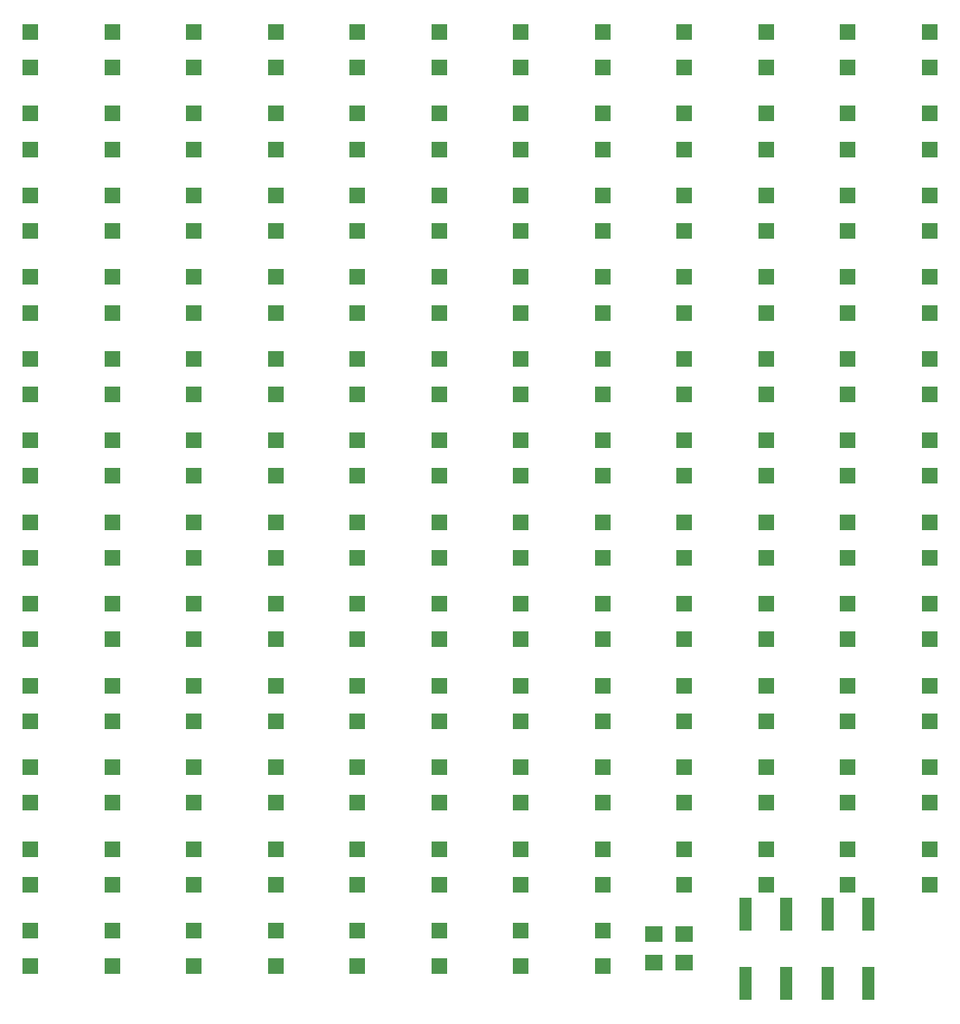
<source format=gbr>
G04 EAGLE Gerber RS-274X export*
G75*
%MOMM*%
%FSLAX34Y34*%
%LPD*%
%INSolderpaste Top*%
%IPPOS*%
%AMOC8*
5,1,8,0,0,1.08239X$1,22.5*%
G01*
%ADD10R,1.500000X1.500000*%
%ADD11R,1.200000X3.200000*%
%ADD12R,1.800000X1.600000*%


D10*
X60000Y957500D03*
X60000Y922500D03*
X140000Y877500D03*
X140000Y842500D03*
X220000Y877500D03*
X220000Y842500D03*
X300000Y877500D03*
X300000Y842500D03*
X380000Y877500D03*
X380000Y842500D03*
X460000Y877500D03*
X460000Y842500D03*
X540000Y877500D03*
X540000Y842500D03*
X620000Y877500D03*
X620000Y842500D03*
X60000Y797500D03*
X60000Y762500D03*
X140000Y797500D03*
X140000Y762500D03*
X220000Y797500D03*
X220000Y762500D03*
X140000Y957500D03*
X140000Y922500D03*
X300000Y797500D03*
X300000Y762500D03*
X380000Y797500D03*
X380000Y762500D03*
X460000Y797500D03*
X460000Y762500D03*
X540000Y797500D03*
X540000Y762500D03*
X620000Y797500D03*
X620000Y762500D03*
X60000Y717500D03*
X60000Y682500D03*
X140000Y717500D03*
X140000Y682500D03*
X220000Y717500D03*
X220000Y682500D03*
X300000Y717500D03*
X300000Y682500D03*
X380000Y717500D03*
X380000Y682500D03*
X220000Y957500D03*
X220000Y922500D03*
X460000Y717500D03*
X460000Y682500D03*
X540000Y717500D03*
X540000Y682500D03*
X620000Y717500D03*
X620000Y682500D03*
X60000Y637500D03*
X60000Y602500D03*
X140000Y637500D03*
X140000Y602500D03*
X220000Y637500D03*
X220000Y602500D03*
X300000Y637500D03*
X300000Y602500D03*
X380000Y637500D03*
X380000Y602500D03*
X460000Y637500D03*
X460000Y602500D03*
X540000Y637500D03*
X540000Y602500D03*
X300000Y957500D03*
X300000Y922500D03*
X620000Y637500D03*
X620000Y602500D03*
X60000Y557500D03*
X60000Y522500D03*
X140000Y557500D03*
X140000Y522500D03*
X220000Y557500D03*
X220000Y522500D03*
X300000Y557500D03*
X300000Y522500D03*
X380000Y557500D03*
X380000Y522500D03*
X460000Y557500D03*
X460000Y522500D03*
X540000Y557500D03*
X540000Y522500D03*
X620000Y557500D03*
X620000Y522500D03*
X60000Y477500D03*
X60000Y442500D03*
X380000Y957500D03*
X380000Y922500D03*
X140000Y477500D03*
X140000Y442500D03*
X220000Y477500D03*
X220000Y442500D03*
X300000Y477500D03*
X300000Y442500D03*
X380000Y477500D03*
X380000Y442500D03*
X460000Y477500D03*
X460000Y442500D03*
X540000Y477500D03*
X540000Y442500D03*
X620000Y477500D03*
X620000Y442500D03*
X60000Y397500D03*
X60000Y362500D03*
X140000Y397500D03*
X140000Y362500D03*
X220000Y397500D03*
X220000Y362500D03*
X460000Y957500D03*
X460000Y922500D03*
X300000Y397500D03*
X300000Y362500D03*
X380000Y397500D03*
X380000Y362500D03*
X460000Y397500D03*
X460000Y362500D03*
X540000Y397500D03*
X540000Y362500D03*
X620000Y397500D03*
X620000Y362500D03*
X540000Y957500D03*
X540000Y922500D03*
X620000Y957500D03*
X620000Y922500D03*
X60000Y877500D03*
X60000Y842500D03*
X700000Y957500D03*
X700000Y922500D03*
X780000Y957500D03*
X780000Y922500D03*
X860000Y957500D03*
X860000Y922500D03*
X940000Y957500D03*
X940000Y922500D03*
X700000Y877500D03*
X700000Y842500D03*
X780000Y877500D03*
X780000Y842500D03*
X860000Y877500D03*
X860000Y842500D03*
X940000Y877500D03*
X940000Y842500D03*
X700000Y797500D03*
X700000Y762500D03*
X780000Y797500D03*
X780000Y762500D03*
X860000Y797500D03*
X860000Y762500D03*
X940000Y797500D03*
X940000Y762500D03*
X700000Y717500D03*
X700000Y682500D03*
X780000Y717500D03*
X780000Y682500D03*
X860000Y717500D03*
X860000Y682500D03*
X940000Y717500D03*
X940000Y682500D03*
X700000Y637500D03*
X700000Y602500D03*
X780000Y637500D03*
X780000Y602500D03*
X860000Y637500D03*
X860000Y602500D03*
X940000Y637500D03*
X940000Y602500D03*
X700000Y557500D03*
X700000Y522500D03*
X780000Y557500D03*
X780000Y522500D03*
X860000Y557500D03*
X860000Y522500D03*
X940000Y557500D03*
X940000Y522500D03*
X700000Y477500D03*
X700000Y442500D03*
X780000Y477500D03*
X780000Y442500D03*
X860000Y477500D03*
X860000Y442500D03*
X940000Y477500D03*
X940000Y442500D03*
X700000Y397500D03*
X700000Y362500D03*
X780000Y397500D03*
X780000Y362500D03*
X860000Y397500D03*
X860000Y362500D03*
X940000Y397500D03*
X940000Y362500D03*
X700000Y317500D03*
X700000Y282500D03*
X780000Y317500D03*
X780000Y282500D03*
X860000Y317500D03*
X860000Y282500D03*
X940000Y317500D03*
X940000Y282500D03*
X700000Y237500D03*
X700000Y202500D03*
X780000Y237500D03*
X780000Y202500D03*
X860000Y237500D03*
X860000Y202500D03*
X940000Y237500D03*
X940000Y202500D03*
X700000Y157500D03*
X700000Y122500D03*
X780000Y157500D03*
X780000Y122500D03*
X860000Y157500D03*
X860000Y122500D03*
X940000Y157500D03*
X940000Y122500D03*
X380000Y317500D03*
X380000Y282500D03*
X460000Y317500D03*
X460000Y282500D03*
X540000Y317500D03*
X540000Y282500D03*
X620000Y317500D03*
X620000Y282500D03*
X380000Y237500D03*
X380000Y202500D03*
X460000Y237500D03*
X460000Y202500D03*
X540000Y237500D03*
X540000Y202500D03*
X620000Y237500D03*
X620000Y202500D03*
X380000Y157500D03*
X380000Y122500D03*
X460000Y157500D03*
X460000Y122500D03*
X540000Y157500D03*
X540000Y122500D03*
X620000Y157500D03*
X620000Y122500D03*
X380000Y77500D03*
X380000Y42500D03*
X460000Y77500D03*
X460000Y42500D03*
X540000Y77500D03*
X540000Y42500D03*
X620000Y77500D03*
X620000Y42500D03*
X60000Y317500D03*
X60000Y282500D03*
X140000Y317500D03*
X140000Y282500D03*
X220000Y317500D03*
X220000Y282500D03*
X300000Y317500D03*
X300000Y282500D03*
D11*
X800000Y94000D03*
X800000Y26000D03*
X760000Y26000D03*
X760000Y94000D03*
X880000Y94000D03*
X880000Y26000D03*
X840000Y26000D03*
X840000Y94000D03*
D10*
X300000Y237500D03*
X300000Y202500D03*
X220000Y237500D03*
X220000Y202500D03*
X140000Y237500D03*
X140000Y202500D03*
X60000Y237500D03*
X60000Y202500D03*
X300000Y157500D03*
X300000Y122500D03*
X220000Y157500D03*
X220000Y122500D03*
X140000Y157500D03*
X140000Y122500D03*
X60000Y157500D03*
X60000Y122500D03*
X300000Y77500D03*
X300000Y42500D03*
X220000Y77500D03*
X220000Y42500D03*
X140000Y77500D03*
X140000Y42500D03*
X60000Y77500D03*
X60000Y42500D03*
D12*
X670000Y46000D03*
X670000Y74000D03*
X700000Y46000D03*
X700000Y74000D03*
M02*

</source>
